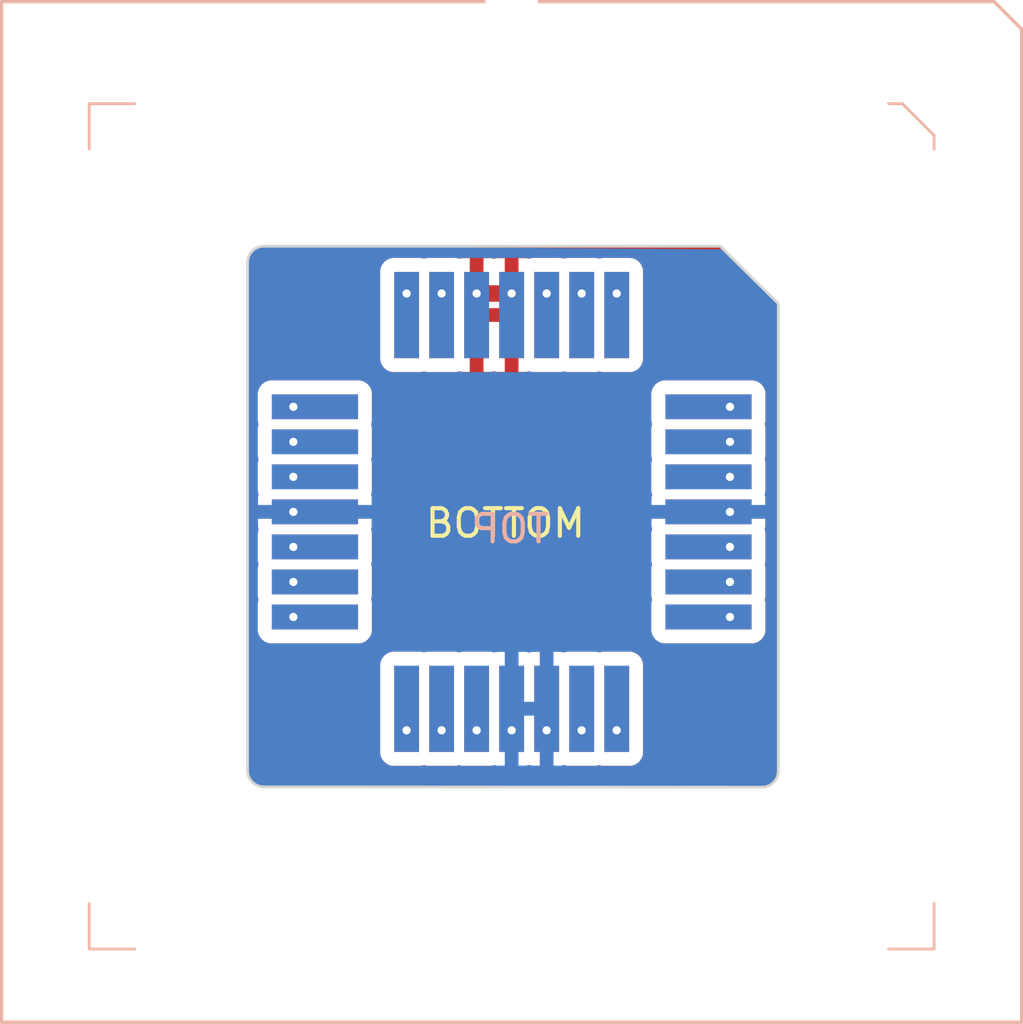
<source format=kicad_pcb>
(kicad_pcb (version 20240108) (generator "pcbnew") (generator_version "8.0")
  (layers (0 "F.Cu" signal) (31 "B.Cu" signal) (34 "B.Paste" user) (35 "F.Paste" user) (36 "B.SilkS" user "B.Silkscreen") (37 "F.SilkS" user "F.Silkscreen") (38 "B.Mask" user) (39 "F.Mask" user) (44 "Edge.Cuts" user))
  (net 0 "")
  (net 4 "VCC")
  (net 5 "GND")
  (footprint "GALpowerup:APW9323" (layer "F.Cu") (at 233.348 113.382)
    (property "Reference" "U1" (hide yes))
    (property "Value" "ATF22V10" (hide yes))
    (fp_line (start -18.5 -18.5) (end -1 -18.5) (stroke (width 0.12)) (layer "B.SilkS"))
    (fp_line (start -18.5 18.5) (end -18.5 -18.5) (stroke (width 0.12)) (layer "B.SilkS"))
    (fp_line (start -15.325 -14.8) (end -15.325 -13.15) (stroke (width 0.1)) (layer "B.SilkS"))
    (fp_line (start -15.325 15.85) (end -15.325 14.2) (stroke (width 0.1)) (layer "B.SilkS"))
    (fp_line (start -13.675 -14.8) (end -15.325 -14.8) (stroke (width 0.1)) (layer "B.SilkS"))
    (fp_line (start -13.675 15.85) (end -15.325 15.85) (stroke (width 0.1)) (layer "B.SilkS"))
    (fp_line (start 1 -18.5) (end 17.5 -18.5) (stroke (width 0.12)) (layer "B.SilkS"))
    (fp_line (start 13.675 -14.8) (end 14.175 -14.8) (stroke (width 0.1)) (layer "B.SilkS"))
    (fp_line (start 13.675 15.85) (end 15.325 15.85) (stroke (width 0.1)) (layer "B.SilkS"))
    (fp_line (start 14.175 -14.8) (end 15.325 -13.65) (stroke (width 0.1)) (layer "B.SilkS"))
    (fp_line (start 15.325 -13.65) (end 15.325 -13.15) (stroke (width 0.1)) (layer "B.SilkS"))
    (fp_line (start 15.325 15.85) (end 15.325 14.2) (stroke (width 0.1)) (layer "B.SilkS"))
    (fp_line (start 17.5 -18.5) (end 18.5 -17.5) (stroke (width 0.12)) (layer "B.SilkS"))
    (fp_line (start 18.5 -17.5) (end 18.5 18.5) (stroke (width 0.12)) (layer "B.SilkS"))
    (fp_line (start 18.5 18.5) (end -18.5 18.5) (stroke (width 0.12)) (layer "B.SilkS"))
    (fp_line (start -18.5 -18.5) (end -1 -18.5) (stroke (width 0.12)) (layer "F.SilkS"))
    (fp_line (start -18.5 18.5) (end -18.5 -18.5) (stroke (width 0.12)) (layer "F.SilkS"))
    (fp_line (start -15.325 -14.8) (end -15.325 -13.15) (stroke (width 0.1)) (layer "F.SilkS"))
    (fp_line (start -15.325 15.85) (end -15.325 14.2) (stroke (width 0.1)) (layer "F.SilkS"))
    (fp_line (start -13.675 -14.8) (end -15.325 -14.8) (stroke (width 0.1)) (layer "F.SilkS"))
    (fp_line (start -13.675 15.85) (end -15.325 15.85) (stroke (width 0.1)) (layer "F.SilkS"))
    (fp_line (start 1 -18.5) (end 17.5 -18.5) (stroke (width 0.12)) (layer "F.SilkS"))
    (fp_line (start 13.675 -14.8) (end 14.175 -14.8) (stroke (width 0.1)) (layer "F.SilkS"))
    (fp_line (start 13.675 15.85) (end 15.325 15.85) (stroke (width 0.1)) (layer "F.SilkS"))
    (fp_line (start 14.175 -14.8) (end 15.325 -13.65) (stroke (width 0.1)) (layer "F.SilkS"))
    (fp_line (start 15.325 -13.65) (end 15.325 -13.15) (stroke (width 0.1)) (layer "F.SilkS"))
    (fp_line (start 15.325 15.85) (end 15.325 14.2) (stroke (width 0.1)) (layer "F.SilkS"))
    (fp_line (start 17.5 -18.5) (end 18.5 -17.5) (stroke (width 0.12)) (layer "F.SilkS"))
    (fp_line (start 18.5 -17.5) (end 18.5 18.5) (stroke (width 0.12)) (layer "F.SilkS"))
    (fp_line (start 18.5 18.5) (end -18.5 18.5) (stroke (width 0.12)) (layer "F.SilkS"))
    (pad "1" thru_hole rect (at 0 -7.919) (size 0.9 3.125) (drill 0.3 (offset 0 0.781)) (layers "*.Cu" "*.Mask") (net 4 "VCC"))
    (pad "2" thru_hole rect (at 1.27 -7.919) (size 0.9 3.125) (drill 0.3 (offset 0 0.781)) (layers "*.Cu" "*.Mask"))
    (pad "3" thru_hole rect (at 2.54 -7.919) (size 0.9 3.125) (drill 0.3 (offset 0 0.781)) (layers "*.Cu" "*.Mask"))
    (pad "4" thru_hole rect (at 3.81 -7.919) (size 0.9 3.125) (drill 0.3 (offset 0 0.781)) (layers "*.Cu" "*.Mask"))
    (pad "5" thru_hole rect (at 7.919 -3.81) (size 3.125 0.9) (drill 0.3 (offset -0.781 0)) (layers "*.Cu" "*.Mask"))
    (pad "6" thru_hole rect (at 7.919 -2.54) (size 3.125 0.9) (drill 0.3 (offset -0.781 0)) (layers "*.Cu" "*.Mask"))
    (pad "7" thru_hole rect (at 7.919 -1.27) (size 3.125 0.9) (drill 0.3 (offset -0.781 0)) (layers "*.Cu" "*.Mask"))
    (pad "8" thru_hole rect (at 7.919 0) (size 3.125 0.9) (drill 0.3 (offset -0.781 0)) (layers "*.Cu" "*.Mask") (net 5 "GND"))
    (pad "9" thru_hole rect (at 7.919 1.27) (size 3.125 0.9) (drill 0.3 (offset -0.781 0)) (layers "*.Cu" "*.Mask"))
    (pad "10" thru_hole rect (at 7.919 2.54) (size 3.125 0.9) (drill 0.3 (offset -0.781 0)) (layers "*.Cu" "*.Mask"))
    (pad "11" thru_hole rect (at 7.919 3.81) (size 3.125 0.9) (drill 0.3 (offset -0.781 0)) (layers "*.Cu" "*.Mask"))
    (pad "12" thru_hole rect (at 3.81 7.919) (size 0.9 3.125) (drill 0.3 (offset 0 -0.781)) (layers "*.Cu" "*.Mask"))
    (pad "13" thru_hole rect (at 2.54 7.919) (size 0.9 3.125) (drill 0.3 (offset 0 -0.781)) (layers "*.Cu" "*.Mask"))
    (pad "14" thru_hole rect (at 1.27 7.919) (size 0.9 3.125) (drill 0.3 (offset 0 -0.781)) (layers "*.Cu" "*.Mask") (net 5 "GND"))
    (pad "15" thru_hole rect (at 0 7.919) (size 0.9 3.125) (drill 0.3 (offset 0 -0.781)) (layers "*.Cu" "*.Mask") (net 5 "GND"))
    (pad "16" thru_hole rect (at -1.27 7.919) (size 0.9 3.125) (drill 0.3 (offset 0 -0.781)) (layers "*.Cu" "*.Mask"))
    (pad "17" thru_hole rect (at -2.54 7.919) (size 0.9 3.125) (drill 0.3 (offset 0 -0.781)) (layers "*.Cu" "*.Mask"))
    (pad "18" thru_hole rect (at -3.81 7.919) (size 0.9 3.125) (drill 0.3 (offset 0 -0.781)) (layers "*.Cu" "*.Mask"))
    (pad "19" thru_hole rect (at -7.919 3.81) (size 3.125 0.9) (drill 0.3 (offset 0.781 0)) (layers "*.Cu" "*.Mask"))
    (pad "20" thru_hole rect (at -7.919 2.54) (size 3.125 0.9) (drill 0.3 (offset 0.781 0)) (layers "*.Cu" "*.Mask"))
    (pad "21" thru_hole rect (at -7.919 1.27) (size 3.125 0.9) (drill 0.3 (offset 0.781 0)) (layers "*.Cu" "*.Mask"))
    (pad "22" thru_hole rect (at -7.919 0) (size 3.125 0.9) (drill 0.3 (offset 0.781 0)) (layers "*.Cu" "*.Mask") (net 5 "GND"))
    (pad "23" thru_hole rect (at -7.919 -1.27) (size 3.125 0.9) (drill 0.3 (offset 0.781 0)) (layers "*.Cu" "*.Mask"))
    (pad "24" thru_hole rect (at -7.919 -2.54) (size 3.125 0.9) (drill 0.3 (offset 0.781 0)) (layers "*.Cu" "*.Mask"))
    (pad "25" thru_hole rect (at -7.919 -3.81) (size 3.125 0.9) (drill 0.3 (offset 0.781 0)) (layers "*.Cu" "*.Mask"))
    (pad "26" thru_hole rect (at -3.81 -7.919) (size 0.9 3.125) (drill 0.3 (offset 0 0.781)) (layers "*.Cu" "*.Mask"))
    (pad "27" thru_hole rect (at -2.54 -7.919) (size 0.9 3.125) (drill 0.3 (offset 0 0.781)) (layers "*.Cu" "*.Mask"))
    (pad "28" thru_hole rect (at -1.27 -7.919) (size 0.9 3.125) (drill 0.3 (offset 0 0.781)) (layers "*.Cu" "*.Mask") (net 4 "VCC"))
  )
  (gr_line (start 240.91 103.75) (end 243.02 105.83) (stroke (width 0.1)) (layer "Edge.Cuts"))
  (gr_line (start 243.02 105.83) (end 243.02 122.77) (stroke (width 0.1)) (layer "Edge.Cuts"))
  (gr_arc (start 224.36 123.35) (mid 223.942807 123.177193) (end 223.77 122.76) (stroke (width 0.1)) (layer "Edge.Cuts"))
  (gr_arc (start 243.02 122.77) (mid 242.847193 123.187193) (end 242.43 123.36) (stroke (width 0.1)) (layer "Edge.Cuts"))
  (gr_arc (start 223.77 104.34) (mid 223.942807 103.922807) (end 224.36 103.75) (stroke (width 0.1)) (layer "Edge.Cuts"))
  (gr_line (start 242.43 123.36) (end 224.36 123.35) (stroke (width 0.1)) (layer "Edge.Cuts"))
  (gr_line (start 224.36 103.75) (end 240.91 103.75) (stroke (width 0.1)) (layer "Edge.Cuts"))
  (gr_line (start 223.77 122.76) (end 223.77 104.34) (stroke (width 0.1)) (layer "Edge.Cuts"))
  (gr_text "TOP" (at 233.299 113.9952 0) (layer "B.SilkS") (effects (font (size 1 1)) (justify mirror)))
  (gr_text "BOTTOM" (at 233.1212 113.792 0) (layer "F.SilkS") (effects (font (size 1 1))))
  (segment (start 233.348 105.463) (end 232.078 105.463) (width 0.6) (layer "F.Cu") (net 4))
  (zone (net 4) (net_name "VCC") (layer "F.Cu") (connect_pads (clearance 0.508)) (min_thickness 0.25) (fill yes (thermal_gap 0.5) (thermal_bridge_width 0.5))
    (polygon (pts (xy 223.68 103.67) (xy 243.08 103.76) (xy 243.18 123.5) (xy 223.7 123.48)))
  )
  (zone (net 5) (net_name "GND") (layer "B.Cu") (connect_pads (clearance 0.508)) (min_thickness 0.25) (fill yes (thermal_gap 0.5) (thermal_bridge_width 0.5))
    (polygon (pts (xy 223.76 103.73) (xy 243.05 103.88) (xy 243.31 123.45) (xy 223.74 123.52)))
  )
)
</source>
